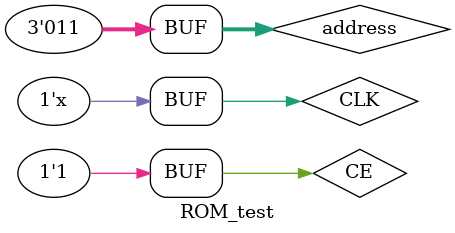
<source format=v>
`timescale 1ns / 1ps


module ROM_test;

	// Inputs
	reg [2:0] address;
	reg CE;
	reg CLK;

	// Outputs
	wire [7:0] Data_out;

	// Instantiate the Unit Under Test (UUT)
	ROM_mod uut (
		.address(address), 
		.cs(CE), 
		.clk(CLK), 
		.out(Data_out)
	);

	initial begin
		// Initialize Inputs
		address = 0;
		CE = 0;
		CLK = 0;

		// Wait 100 ns for global reset to finish
		#100;
        
		// Add stimulus here
		
		CE=1;
		
		#100;
		address=1;
		
		#100;
		address=2;
		
		#100;
		CE=0;address=3;
		
		#100;
		CE=1;
		

	end
	always
	begin
	#10;
	CLK=!CLK;
	end
      
endmodule


</source>
